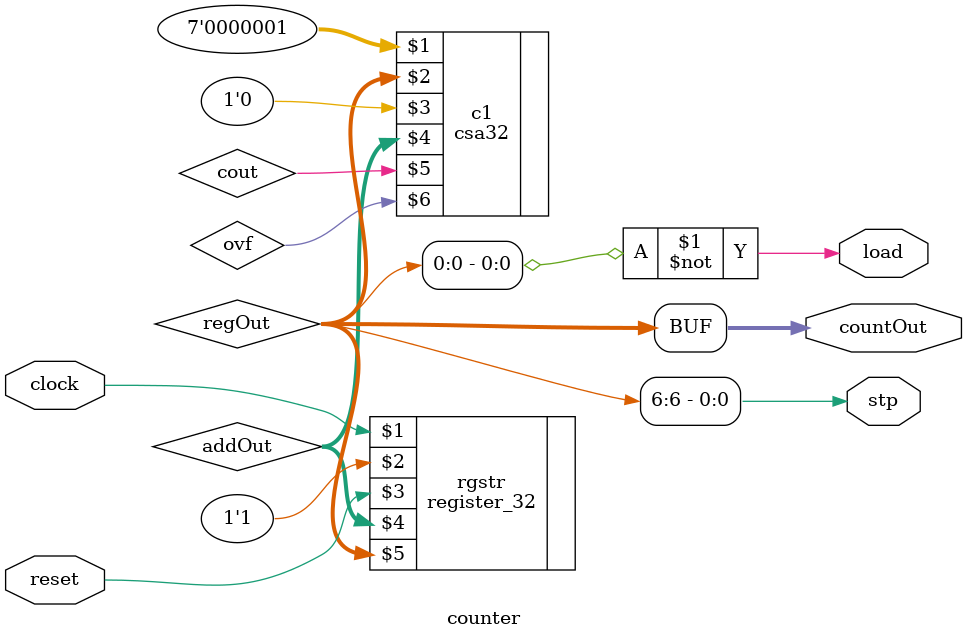
<source format=v>
module counter(clock, reset, stp, load, countOut);

	input clock, reset;
	
	output stp, load;
	output [6:0] countOut;
	
	wire [6:0] regOut;
	wire [6:0] addOut;
	wire cout, ovf;
	
	csa32 c1(7'b000001, regOut, 1'b0, addOut, cout, ovf);
	register_32 rgstr(clock, 1'b1, reset, addOut, regOut);
	
	//and and1(stp, ~regOut[5], ~regOut[4], ~regOut[3], ~regOut[2], ~regOut[1], ~regOut[0], ~reset, clock);
	assign stp = regOut[6];
	assign load = ~regOut[0];
	
	assign countOut = regOut;
	
endmodule
</source>
